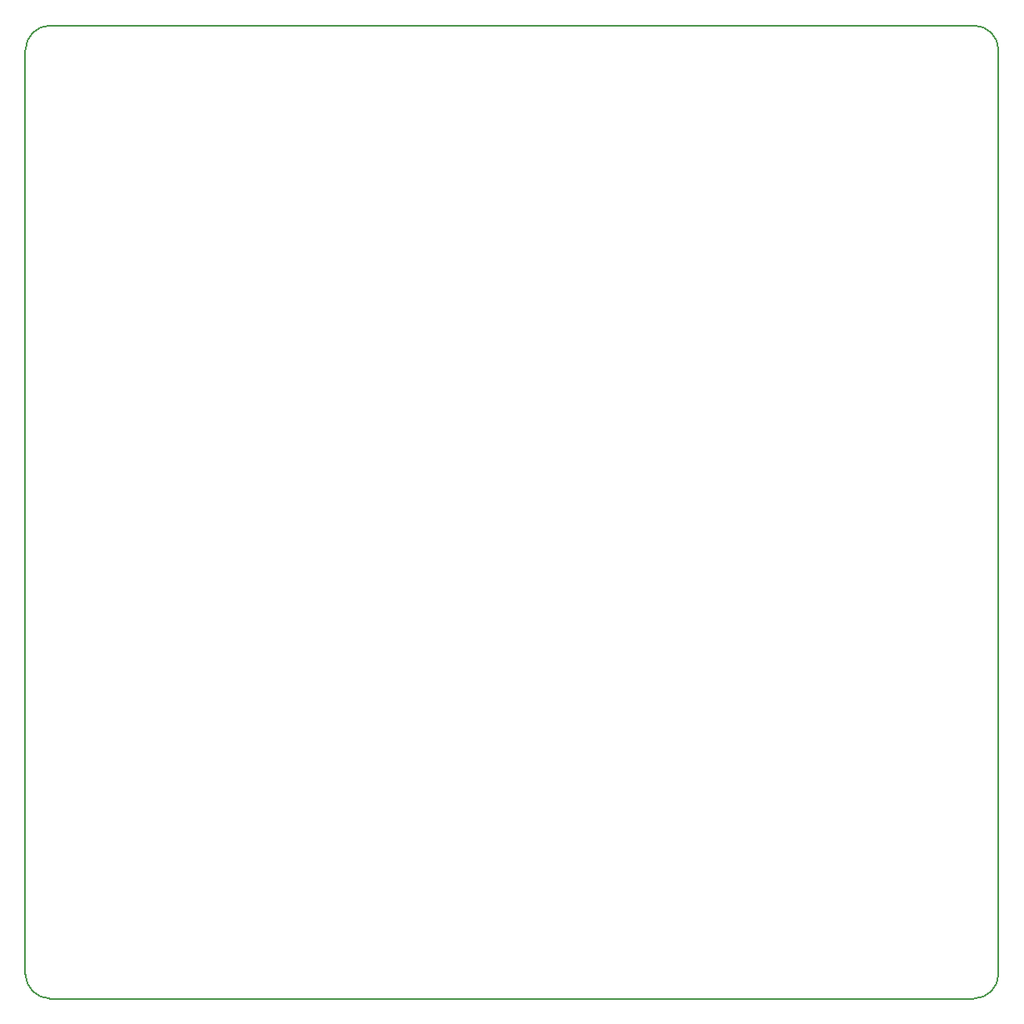
<source format=gbr>
G04 #@! TF.GenerationSoftware,KiCad,Pcbnew,5.0.2+dfsg1-1*
G04 #@! TF.CreationDate,2019-09-15T21:20:22+01:00*
G04 #@! TF.ProjectId,hw,68772e6b-6963-4616-945f-706362585858,rev?*
G04 #@! TF.SameCoordinates,Original*
G04 #@! TF.FileFunction,Profile,NP*
%FSLAX46Y46*%
G04 Gerber Fmt 4.6, Leading zero omitted, Abs format (unit mm)*
G04 Created by KiCad (PCBNEW 5.0.2+dfsg1-1) date Sun 15 Sep 2019 21:20:22 BST*
%MOMM*%
%LPD*%
G01*
G04 APERTURE LIST*
%ADD10C,0.150000*%
%ADD11C,0.200000*%
G04 APERTURE END LIST*
D10*
X78740000Y-149860000D02*
G75*
G02X76200000Y-147320000I0J2540000D01*
G01*
X175260000Y-147320000D02*
G75*
G02X172720000Y-149860000I-2540000J0D01*
G01*
X172720000Y-50800000D02*
G75*
G02X175260000Y-53340000I0J-2540000D01*
G01*
X76200000Y-53340000D02*
G75*
G02X78740000Y-50800000I2540000J0D01*
G01*
D11*
X172720000Y-50800000D02*
X78740000Y-50800000D01*
X175260000Y-147320000D02*
X175260000Y-53340000D01*
X78740000Y-149860000D02*
X172720000Y-149860000D01*
X76200000Y-53340000D02*
X76200000Y-147320000D01*
M02*

</source>
